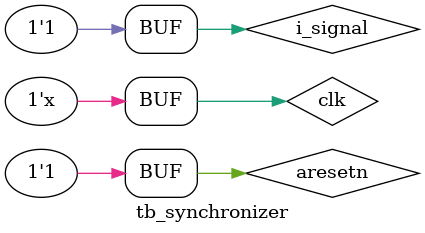
<source format=sv>
`timescale 1ns / 1ps

    module tb_synchronizer();

    logic clk, aresetn, i_signal, o_signal;

    initial begin
        clk = 1'b0;
        aresetn = 1'b1;
        i_signal = 1'b0;
        #2;
        aresetn = 1'b0;
        #2;
        aresetn = 1'b1;
        #4;
    end
    
    always 
        #1 clk = ~clk;
    
    always begin
        #1
        #10 i_signal = 1'b1;
        
        #2 i_signal= 1'b0;		
        
        #2 i_signal = 1'b1;	
        
        #4 i_signal= 1'b0;				
        
        #2 i_signal = 1'b1;

        #10 i_signal = 1'b1;

	end
    
    synchronizer test_sync_inst(
        .clk(clk),
        .aresetn(aresetn),
        .i_signal(i_signal),
        .o_signal(o_signal)
    );

endmodule


</source>
